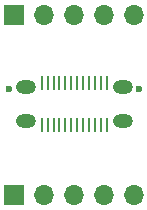
<source format=gbr>
%TF.GenerationSoftware,KiCad,Pcbnew,8.0.7*%
%TF.CreationDate,2025-05-14T16:02:52-05:00*%
%TF.ProjectId,usbc_breakout,75736263-5f62-4726-9561-6b6f75742e6b,rev?*%
%TF.SameCoordinates,Original*%
%TF.FileFunction,Soldermask,Top*%
%TF.FilePolarity,Negative*%
%FSLAX46Y46*%
G04 Gerber Fmt 4.6, Leading zero omitted, Abs format (unit mm)*
G04 Created by KiCad (PCBNEW 8.0.7) date 2025-05-14 16:02:52*
%MOMM*%
%LPD*%
G01*
G04 APERTURE LIST*
%ADD10C,0.600000*%
%ADD11R,0.270000X1.300000*%
%ADD12O,1.700000X1.200000*%
%ADD13R,1.700000X1.700000*%
%ADD14O,1.700000X1.700000*%
G04 APERTURE END LIST*
D10*
%TO.C,P1*%
X2100000Y-8230000D03*
X13100000Y-8230000D03*
D11*
X4850000Y-7780000D03*
X5350000Y-7780000D03*
X5850000Y-7780000D03*
X6350000Y-7780000D03*
X6850000Y-7780000D03*
X7350000Y-7780000D03*
X7850000Y-7780000D03*
X8350000Y-7780000D03*
X8850000Y-7780000D03*
X9350000Y-7780000D03*
X9850000Y-7780000D03*
X10350000Y-7780000D03*
X10350000Y-11280000D03*
X9850000Y-11280000D03*
X9350000Y-11280000D03*
X8850000Y-11280000D03*
X8350000Y-11280000D03*
X7850000Y-11280000D03*
X7350000Y-11280000D03*
X6850000Y-11280000D03*
X6350000Y-11280000D03*
X5850000Y-11280000D03*
X5350000Y-11280000D03*
X4850000Y-11280000D03*
D12*
X3500000Y-8060000D03*
X3500000Y-11000000D03*
X11700000Y-8060000D03*
X11700000Y-11000000D03*
%TD*%
D13*
%TO.C,J3*%
X2460000Y-2000000D03*
D14*
X5000000Y-2000000D03*
X7540000Y-2000000D03*
X10080000Y-2000000D03*
X12620000Y-2000000D03*
%TD*%
D13*
%TO.C,J2*%
X2460000Y-17240000D03*
D14*
X5000000Y-17240000D03*
X7540000Y-17240000D03*
X10080000Y-17240000D03*
X12620000Y-17240000D03*
%TD*%
M02*

</source>
